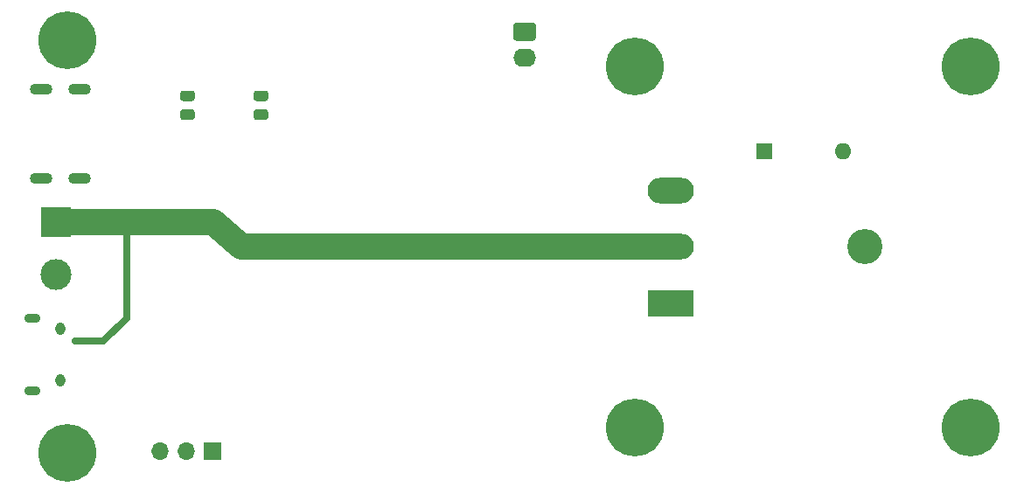
<source format=gbr>
%TF.GenerationSoftware,KiCad,Pcbnew,(5.1.9)-1*%
%TF.CreationDate,2021-04-23T16:32:12+08:00*%
%TF.ProjectId,DC-Load-Analog,44432d4c-6f61-4642-9d41-6e616c6f672e,rev?*%
%TF.SameCoordinates,Original*%
%TF.FileFunction,Soldermask,Bot*%
%TF.FilePolarity,Negative*%
%FSLAX46Y46*%
G04 Gerber Fmt 4.6, Leading zero omitted, Abs format (unit mm)*
G04 Created by KiCad (PCBNEW (5.1.9)-1) date 2021-04-23 16:32:12*
%MOMM*%
%LPD*%
G01*
G04 APERTURE LIST*
%ADD10C,2.540000*%
%ADD11C,0.150000*%
%ADD12C,0.635000*%
%ADD13C,5.600000*%
%ADD14O,4.500000X2.500000*%
%ADD15R,4.500000X2.500000*%
%ADD16O,3.400000X3.400000*%
%ADD17O,1.600000X1.600000*%
%ADD18R,1.600000X1.600000*%
%ADD19O,1.700000X1.700000*%
%ADD20R,1.700000X1.700000*%
%ADD21C,3.000000*%
%ADD22R,3.000000X3.000000*%
%ADD23O,1.550000X0.890000*%
%ADD24O,0.950000X1.250000*%
%ADD25O,2.200000X1.100000*%
%ADD26O,2.190000X1.740000*%
G04 APERTURE END LIST*
D10*
X139192000Y-77597000D02*
X141859000Y-80010000D01*
X123952000Y-77597000D02*
X139192000Y-77597000D01*
X183642000Y-80010000D02*
X141859000Y-80010000D01*
D11*
X128473200Y-89128600D02*
X128397000Y-89128600D01*
D12*
X130733800Y-86893400D02*
X128473200Y-89128600D01*
X130733800Y-77571600D02*
X130733800Y-86893400D01*
X125806200Y-89128600D02*
X128346200Y-89128600D01*
D13*
%TO.C,H6*%
X180000000Y-97500000D03*
%TD*%
%TO.C,H5*%
X180000000Y-62500000D03*
%TD*%
%TO.C,H4*%
X212500000Y-97500000D03*
%TD*%
%TO.C,H3*%
X125000000Y-60000000D03*
%TD*%
%TO.C,H2*%
X212500000Y-62500000D03*
%TD*%
%TO.C,H1*%
X125000000Y-100000000D03*
%TD*%
D14*
%TO.C,Q2*%
X183450000Y-74550000D03*
X183450000Y-80000000D03*
D15*
X183450000Y-85450000D03*
D16*
X202250000Y-80000000D03*
%TD*%
D17*
%TO.C,TH1*%
X200152000Y-70739000D03*
D18*
X192532000Y-70739000D03*
%TD*%
D19*
%TO.C,RV1*%
X133985000Y-99822000D03*
X136525000Y-99822000D03*
D20*
X139065000Y-99822000D03*
%TD*%
D21*
%TO.C,J4*%
X123952000Y-82677000D03*
D22*
X123952000Y-77597000D03*
%TD*%
D23*
%TO.C,J3*%
X121636000Y-93924000D03*
X121636000Y-86924000D03*
D24*
X124336000Y-92924000D03*
X124336000Y-87924000D03*
%TD*%
D25*
%TO.C,J2*%
X122438000Y-73408000D03*
X122438000Y-64768000D03*
X126238000Y-73408000D03*
X126238000Y-64768000D03*
%TD*%
D26*
%TO.C,J1*%
X169291000Y-61722000D03*
G36*
G01*
X168445999Y-58312000D02*
X170136001Y-58312000D01*
G75*
G02*
X170386000Y-58561999I0J-249999D01*
G01*
X170386000Y-59802001D01*
G75*
G02*
X170136001Y-60052000I-249999J0D01*
G01*
X168445999Y-60052000D01*
G75*
G02*
X168196000Y-59802001I0J249999D01*
G01*
X168196000Y-58561999D01*
G75*
G02*
X168445999Y-58312000I249999J0D01*
G01*
G37*
%TD*%
%TO.C,C3*%
G36*
G01*
X143313999Y-66694000D02*
X144214001Y-66694000D01*
G75*
G02*
X144464000Y-66943999I0J-249999D01*
G01*
X144464000Y-67469001D01*
G75*
G02*
X144214001Y-67719000I-249999J0D01*
G01*
X143313999Y-67719000D01*
G75*
G02*
X143064000Y-67469001I0J249999D01*
G01*
X143064000Y-66943999D01*
G75*
G02*
X143313999Y-66694000I249999J0D01*
G01*
G37*
G36*
G01*
X143313999Y-64869000D02*
X144214001Y-64869000D01*
G75*
G02*
X144464000Y-65118999I0J-249999D01*
G01*
X144464000Y-65644001D01*
G75*
G02*
X144214001Y-65894000I-249999J0D01*
G01*
X143313999Y-65894000D01*
G75*
G02*
X143064000Y-65644001I0J249999D01*
G01*
X143064000Y-65118999D01*
G75*
G02*
X143313999Y-64869000I249999J0D01*
G01*
G37*
%TD*%
%TO.C,C1*%
G36*
G01*
X136201999Y-66694000D02*
X137102001Y-66694000D01*
G75*
G02*
X137352000Y-66943999I0J-249999D01*
G01*
X137352000Y-67469001D01*
G75*
G02*
X137102001Y-67719000I-249999J0D01*
G01*
X136201999Y-67719000D01*
G75*
G02*
X135952000Y-67469001I0J249999D01*
G01*
X135952000Y-66943999D01*
G75*
G02*
X136201999Y-66694000I249999J0D01*
G01*
G37*
G36*
G01*
X136201999Y-64869000D02*
X137102001Y-64869000D01*
G75*
G02*
X137352000Y-65118999I0J-249999D01*
G01*
X137352000Y-65644001D01*
G75*
G02*
X137102001Y-65894000I-249999J0D01*
G01*
X136201999Y-65894000D01*
G75*
G02*
X135952000Y-65644001I0J249999D01*
G01*
X135952000Y-65118999D01*
G75*
G02*
X136201999Y-64869000I249999J0D01*
G01*
G37*
%TD*%
M02*

</source>
